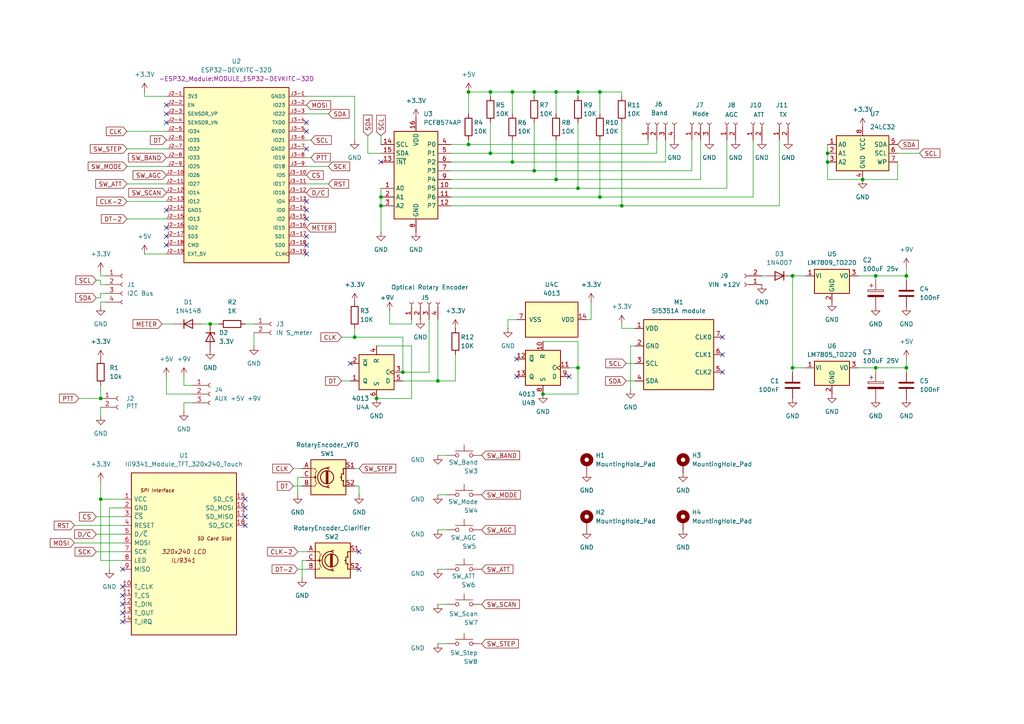
<source format=kicad_sch>
(kicad_sch (version 20250114) (generator "eeschema") (generator_version "9.0")
  (paper "A4")
  (junction (at 262.89 80.01))
  (junction (at 60.96 93.98))
  (junction (at 161.29 26.67))
  (junction (at 167.64 54.61))
  (junction (at 29.21 115.57))
  (junction (at 254 80.01))
  (junction (at 109.22 115.57))
  (junction (at 229.87 106.68))
  (junction (at 110.49 57.15))
  (junction (at 180.34 59.69))
  (junction (at 229.87 80.01))
  (junction (at 142.24 26.67))
  (junction (at 157.48 114.3))
  (junction (at 142.24 44.45))
  (junction (at 148.59 46.99))
  (junction (at 135.89 26.67))
  (junction (at 29.21 144.78))
  (junction (at 161.29 52.07))
  (junction (at 127 110.49))
  (junction (at 110.49 59.69))
  (junction (at 154.94 49.53))
  (junction (at 135.89 41.91))
  (junction (at 240.03 44.45))
  (junction (at 250.19 52.07))
  (junction (at 154.94 26.67))
  (junction (at 148.59 26.67))
  (junction (at 254 106.68))
  (junction (at 262.89 106.68))
  (junction (at 240.03 46.99))
  (junction (at 173.99 57.15))
  (junction (at 102.87 97.79))
  (junction (at 173.99 26.67))
  (junction (at 167.64 26.67))
  (junction (at 116.84 107.95))
  (junction (at 167.64 106.68))
  (no_connect (at 88.9 71.12))
  (no_connect (at 88.9 73.66))
  (no_connect (at 149.86 104.14))
  (no_connect (at 101.6 105.41))
  (no_connect (at 71.12 149.86))
  (no_connect (at 149.86 109.22))
  (no_connect (at 104.14 160.02))
  (no_connect (at 88.9 63.5))
  (no_connect (at 110.49 46.99))
  (no_connect (at 35.56 165.1))
  (no_connect (at 48.26 71.12))
  (no_connect (at 71.12 152.4))
  (no_connect (at 48.26 68.58))
  (no_connect (at 71.12 147.32))
  (no_connect (at 35.56 172.72))
  (no_connect (at 35.56 170.18))
  (no_connect (at 35.56 180.34))
  (no_connect (at 88.9 35.56))
  (no_connect (at 88.9 60.96))
  (no_connect (at 209.55 107.95))
  (no_connect (at 88.9 38.1))
  (no_connect (at 88.9 68.58))
  (no_connect (at 48.26 60.96))
  (no_connect (at 35.56 175.26))
  (no_connect (at 209.55 97.79))
  (no_connect (at 71.12 144.78))
  (no_connect (at 165.1 109.22))
  (no_connect (at 88.9 58.42))
  (no_connect (at 48.26 30.48))
  (no_connect (at 48.26 35.56))
  (no_connect (at 88.9 43.18))
  (no_connect (at 48.26 66.04))
  (no_connect (at 48.26 33.02))
  (no_connect (at 104.14 165.1))
  (no_connect (at 209.55 102.87))
  (no_connect (at 331.47 -77.47))
  (no_connect (at 35.56 177.8))
  (wire (pts (xy 88.9 48.26) (xy 95.25 48.26)))
  (wire (pts (xy 130.81 59.69) (xy 180.34 59.69)))
  (wire (pts (xy 48.26 114.3) (xy 55.88 114.3)))
  (wire (pts (xy 86.36 138.43) (xy 86.36 143.51)))
  (wire (pts (xy 48.26 109.22) (xy 48.26 114.3)))
  (wire (pts (xy 102.87 135.89) (xy 104.14 135.89)))
  (wire (pts (xy 226.06 59.69) (xy 226.06 40.64)))
  (wire (pts (xy 130.81 54.61) (xy 167.64 54.61)))
  (wire (pts (xy 110.49 57.15) (xy 110.49 59.69)))
  (wire (pts (xy 200.66 49.53) (xy 200.66 40.64)))
  (wire (pts (xy 60.96 93.98) (xy 63.5 93.98)))
  (wire (pts (xy 99.06 97.79) (xy 102.87 97.79)))
  (wire (pts (xy 29.21 85.09) (xy 30.48 85.09)))
  (wire (pts (xy 88.9 53.34) (xy 95.25 53.34)))
  (wire (pts (xy 260.35 44.45) (xy 266.7 44.45)))
  (wire (pts (xy 30.48 80.01) (xy 29.21 80.01)))
  (wire (pts (xy 135.89 26.67) (xy 142.24 26.67)))
  (wire (pts (xy 29.21 87.63) (xy 29.21 88.9)))
  (wire (pts (xy 88.9 165.1) (xy 86.36 165.1)))
  (wire (pts (xy 262.89 107.95) (xy 262.89 106.68)))
  (wire (pts (xy 167.64 114.3) (xy 157.48 114.3)))
  (wire (pts (xy 55.88 116.84) (xy 53.34 116.84)))
  (wire (pts (xy 148.59 40.64) (xy 148.59 46.99)))
  (wire (pts (xy 181.61 105.41) (xy 184.15 105.41)))
  (wire (pts (xy 149.86 92.71) (xy 147.32 92.71)))
  (wire (pts (xy 99.06 110.49) (xy 101.6 110.49)))
  (wire (pts (xy 85.09 135.89) (xy 87.63 135.89)))
  (wire (pts (xy 254 106.68) (xy 248.92 106.68)))
  (wire (pts (xy 130.81 52.07) (xy 161.29 52.07)))
  (wire (pts (xy 173.99 26.67) (xy 180.34 26.67)))
  (wire (pts (xy 36.83 53.34) (xy 48.26 53.34)))
  (wire (pts (xy 116.84 107.95) (xy 116.84 97.79)))
  (wire (pts (xy 29.21 162.56) (xy 35.56 162.56)))
  (wire (pts (xy 127 143.51) (xy 129.54 143.51)))
  (wire (pts (xy 130.81 44.45) (xy 142.24 44.45)))
  (wire (pts (xy 88.9 45.72) (xy 90.17 45.72)))
  (wire (pts (xy 167.64 99.06) (xy 167.64 106.68)))
  (wire (pts (xy 106.68 39.37) (xy 106.68 44.45)))
  (wire (pts (xy 27.94 160.02) (xy 35.56 160.02)))
  (wire (pts (xy 147.32 92.71) (xy 147.32 95.25)))
  (wire (pts (xy 240.03 52.07) (xy 250.19 52.07)))
  (wire (pts (xy 73.66 96.52) (xy 73.66 100.33)))
  (wire (pts (xy 180.34 59.69) (xy 226.06 59.69)))
  (wire (pts (xy 154.94 26.67) (xy 161.29 26.67)))
  (wire (pts (xy 88.9 162.56) (xy 87.63 162.56)))
  (wire (pts (xy 167.64 26.67) (xy 173.99 26.67)))
  (wire (pts (xy 229.87 106.68) (xy 229.87 80.01)))
  (wire (pts (xy 29.21 118.11) (xy 29.21 120.65)))
  (wire (pts (xy 46.99 93.98) (xy 50.8 93.98)))
  (wire (pts (xy 95.25 33.02) (xy 88.9 33.02)))
  (wire (pts (xy 102.87 27.94) (xy 102.87 40.64)))
  (wire (pts (xy 161.29 52.07) (xy 203.2 52.07)))
  (wire (pts (xy 184.15 100.33) (xy 182.88 100.33)))
  (wire (pts (xy 167.64 54.61) (xy 210.82 54.61)))
  (wire (pts (xy 29.21 80.01) (xy 29.21 78.74)))
  (wire (pts (xy 154.94 49.53) (xy 200.66 49.53)))
  (wire (pts (xy 180.34 93.98) (xy 180.34 95.25)))
  (wire (pts (xy 88.9 40.64) (xy 90.17 40.64)))
  (wire (pts (xy 180.34 26.67) (xy 180.34 27.94)))
  (wire (pts (xy 127 132.08) (xy 129.54 132.08)))
  (wire (pts (xy 262.89 77.47) (xy 262.89 80.01)))
  (wire (pts (xy 262.89 104.14) (xy 262.89 106.68)))
  (wire (pts (xy 148.59 26.67) (xy 148.59 33.02)))
  (wire (pts (xy 240.03 41.91) (xy 240.03 44.45)))
  (wire (pts (xy 157.48 99.06) (xy 167.64 99.06)))
  (wire (pts (xy 148.59 26.67) (xy 154.94 26.67)))
  (wire (pts (xy 113.03 93.98) (xy 119.38 93.98)))
  (wire (pts (xy 167.64 106.68) (xy 167.64 114.3)))
  (wire (pts (xy 36.83 38.1) (xy 48.26 38.1)))
  (wire (pts (xy 41.91 73.66) (xy 48.26 73.66)))
  (wire (pts (xy 180.34 95.25) (xy 184.15 95.25)))
  (wire (pts (xy 21.59 152.4) (xy 35.56 152.4)))
  (wire (pts (xy 29.21 86.36) (xy 29.21 85.09)))
  (wire (pts (xy 220.98 80.01) (xy 222.25 80.01)))
  (wire (pts (xy 21.59 157.48) (xy 35.56 157.48)))
  (wire (pts (xy 87.63 162.56) (xy 87.63 167.64)))
  (wire (pts (xy 113.03 90.17) (xy 113.03 93.98)))
  (wire (pts (xy 135.89 40.64) (xy 135.89 41.91)))
  (wire (pts (xy 135.89 26.67) (xy 135.89 33.02)))
  (wire (pts (xy 36.83 48.26) (xy 48.26 48.26)))
  (wire (pts (xy 130.81 57.15) (xy 173.99 57.15)))
  (wire (pts (xy 109.22 100.33) (xy 119.38 100.33)))
  (wire (pts (xy 88.9 27.94) (xy 102.87 27.94)))
  (wire (pts (xy 142.24 44.45) (xy 190.5 44.45)))
  (wire (pts (xy 142.24 26.67) (xy 142.24 27.94)))
  (wire (pts (xy 36.83 43.18) (xy 48.26 43.18)))
  (wire (pts (xy 127 165.1) (xy 129.54 165.1)))
  (wire (pts (xy 29.21 139.7) (xy 29.21 144.78)))
  (wire (pts (xy 260.35 46.99) (xy 260.35 52.07)))
  (wire (pts (xy 254 106.68) (xy 254 107.95)))
  (wire (pts (xy 127 110.49) (xy 127 92.71)))
  (wire (pts (xy 48.26 27.94) (xy 41.91 27.94)))
  (wire (pts (xy 240.03 46.99) (xy 240.03 52.07)))
  (wire (pts (xy 154.94 35.56) (xy 154.94 49.53)))
  (wire (pts (xy 71.12 93.98) (xy 73.66 93.98)))
  (wire (pts (xy 142.24 35.56) (xy 142.24 44.45)))
  (wire (pts (xy 41.91 27.94) (xy 41.91 26.67)))
  (wire (pts (xy 171.45 92.71) (xy 170.18 92.71)))
  (wire (pts (xy 87.63 140.97) (xy 85.09 140.97)))
  (wire (pts (xy 127 175.26) (xy 129.54 175.26)))
  (wire (pts (xy 119.38 93.98) (xy 119.38 92.71)))
  (wire (pts (xy 171.45 92.71) (xy 171.45 87.63)))
  (wire (pts (xy 102.87 97.79) (xy 102.87 95.25)))
  (wire (pts (xy 135.89 41.91) (xy 187.96 41.91)))
  (wire (pts (xy 110.49 54.61) (xy 110.49 57.15)))
  (wire (pts (xy 104.14 140.97) (xy 104.14 143.51)))
  (wire (pts (xy 29.21 111.76) (xy 29.21 115.57)))
  (wire (pts (xy 53.34 111.76) (xy 55.88 111.76)))
  (wire (pts (xy 210.82 54.61) (xy 210.82 40.64)))
  (wire (pts (xy 167.64 35.56) (xy 167.64 54.61)))
  (wire (pts (xy 22.86 115.57) (xy 29.21 115.57)))
  (wire (pts (xy 27.94 81.28) (xy 29.21 81.28)))
  (wire (pts (xy 187.96 41.91) (xy 187.96 40.64)))
  (wire (pts (xy 127 153.67) (xy 129.54 153.67)))
  (wire (pts (xy 119.38 100.33) (xy 119.38 115.57)))
  (wire (pts (xy 110.49 59.69) (xy 110.49 67.31)))
  (wire (pts (xy 173.99 26.67) (xy 173.99 33.02)))
  (wire (pts (xy 53.34 109.22) (xy 53.34 111.76)))
  (wire (pts (xy 130.81 49.53) (xy 154.94 49.53)))
  (wire (pts (xy 127 186.69) (xy 129.54 186.69)))
  (wire (pts (xy 161.29 26.67) (xy 167.64 26.67)))
  (wire (pts (xy 119.38 115.57) (xy 109.22 115.57)))
  (wire (pts (xy 148.59 46.99) (xy 193.04 46.99)))
  (wire (pts (xy 260.35 52.07) (xy 250.19 52.07)))
  (wire (pts (xy 35.56 147.32) (xy 31.75 147.32)))
  (wire (pts (xy 262.89 80.01) (xy 254 80.01)))
  (wire (pts (xy 254 80.01) (xy 248.92 80.01)))
  (wire (pts (xy 130.81 41.91) (xy 135.89 41.91)))
  (wire (pts (xy 190.5 44.45) (xy 190.5 40.64)))
  (wire (pts (xy 142.24 26.67) (xy 148.59 26.67)))
  (wire (pts (xy 36.83 58.42) (xy 48.26 58.42)))
  (wire (pts (xy 233.68 80.01) (xy 229.87 80.01)))
  (wire (pts (xy 165.1 106.68) (xy 167.64 106.68)))
  (wire (pts (xy 254 80.01) (xy 254 81.28)))
  (wire (pts (xy 116.84 107.95) (xy 124.46 107.95)))
  (wire (pts (xy 262.89 81.28) (xy 262.89 80.01)))
  (wire (pts (xy 132.08 110.49) (xy 127 110.49)))
  (wire (pts (xy 30.48 87.63) (xy 29.21 87.63)))
  (wire (pts (xy 262.89 106.68) (xy 254 106.68)))
  (wire (pts (xy 27.94 154.94) (xy 35.56 154.94)))
  (wire (pts (xy 173.99 40.64) (xy 173.99 57.15)))
  (wire (pts (xy 35.56 144.78) (xy 29.21 144.78)))
  (wire (pts (xy 161.29 26.67) (xy 161.29 33.02)))
  (wire (pts (xy 102.87 140.97) (xy 104.14 140.97)))
  (wire (pts (xy 203.2 52.07) (xy 203.2 40.64)))
  (wire (pts (xy 87.63 138.43) (xy 86.36 138.43)))
  (wire (pts (xy 130.81 46.99) (xy 148.59 46.99)))
  (wire (pts (xy 102.87 97.79) (xy 116.84 97.79)))
  (wire (pts (xy 53.34 116.84) (xy 53.34 119.38)))
  (wire (pts (xy 182.88 100.33) (xy 182.88 113.03)))
  (wire (pts (xy 27.94 149.86) (xy 35.56 149.86)))
  (wire (pts (xy 240.03 44.45) (xy 240.03 46.99)))
  (wire (pts (xy 161.29 40.64) (xy 161.29 52.07)))
  (wire (pts (xy 181.61 110.49) (xy 184.15 110.49)))
  (wire (pts (xy 110.49 39.37) (xy 110.49 41.91)))
  (wire (pts (xy 180.34 35.56) (xy 180.34 59.69)))
  (wire (pts (xy 154.94 26.67) (xy 154.94 27.94)))
  (wire (pts (xy 167.64 26.67) (xy 167.64 27.94)))
  (wire (pts (xy 36.83 63.5) (xy 48.26 63.5)))
  (wire (pts (xy 173.99 57.15) (xy 218.44 57.15)))
  (wire (pts (xy 29.21 81.28) (xy 29.21 82.55)))
  (wire (pts (xy 86.36 160.02) (xy 88.9 160.02)))
  (wire (pts (xy 29.21 144.78) (xy 29.21 162.56)))
  (wire (pts (xy 193.04 46.99) (xy 193.04 40.64)))
  (wire (pts (xy 106.68 44.45) (xy 110.49 44.45)))
  (wire (pts (xy 31.75 147.32) (xy 31.75 165.1)))
  (wire (pts (xy 27.94 86.36) (xy 29.21 86.36)))
  (wire (pts (xy 132.08 102.87) (xy 132.08 110.49)))
  (wire (pts (xy 58.42 93.98) (xy 60.96 93.98)))
  (wire (pts (xy 124.46 107.95) (xy 124.46 92.71)))
  (wire (pts (xy 218.44 57.15) (xy 218.44 40.64)))
  (wire (pts (xy 116.84 110.49) (xy 127 110.49)))
  (wire (pts (xy 229.87 106.68) (xy 229.87 107.95)))
  (wire (pts (xy 229.87 106.68) (xy 233.68 106.68)))
  (wire (pts (xy 29.21 82.55) (xy 30.48 82.55)))
  (global_label "RST" (shape input) (at 95.25 53.34 0) (property "Intersheetrefs" "${INTERSHEET_REFS}" (effects (hide yes))))
  (global_label "SDA" (shape input) (at 181.61 110.49 180) (property "Intersheetrefs" "${INTERSHEET_REFS}" (effects (hide yes))))
  (global_label "SW_SCAN" (shape input) (at 139.7 175.26 0) (property "Intersheetrefs" "${INTERSHEET_REFS}" (effects (hide yes))))
  (global_label "CLK-2" (shape input) (at 36.83 58.42 180) (property "Intersheetrefs" "${INTERSHEET_REFS}" (effects (hide yes))))
  (global_label "CS" (shape input) (at 27.94 149.86 180) (property "Intersheetrefs" "${INTERSHEET_REFS}" (effects (hide yes))))
  (global_label "D{slash}C" (shape input) (at 88.9 55.88 0) (property "Intersheetrefs" "${INTERSHEET_REFS}" (effects (hide yes))))
  (global_label "MOSI" (shape input) (at 88.9 30.48 0) (property "Intersheetrefs" "${INTERSHEET_REFS}" (effects (hide yes))))
  (global_label "SW_STEP" (shape input) (at 104.14 135.89 0) (property "Intersheetrefs" "${INTERSHEET_REFS}" (effects (hide yes))))
  (global_label "SDA" (shape input) (at 260.35 41.91 0) (property "Intersheetrefs" "${INTERSHEET_REFS}" (effects (hide yes))))
  (global_label "DT" (shape input) (at 48.26 40.64 180) (property "Intersheetrefs" "${INTERSHEET_REFS}" (effects (hide yes))))
  (global_label "SW_BAND" (shape input) (at 48.26 45.72 180) (property "Intersheetrefs" "${INTERSHEET_REFS}" (effects (hide yes))))
  (global_label "SDA" (shape input) (at 95.25 33.02 0) (property "Intersheetrefs" "${INTERSHEET_REFS}" (effects (hide yes))))
  (global_label "CLK-2" (shape input) (at 86.36 160.02 180) (property "Intersheetrefs" "${INTERSHEET_REFS}" (effects (hide yes))))
  (global_label "D{slash}C" (shape input) (at 27.94 154.94 180) (property "Intersheetrefs" "${INTERSHEET_REFS}" (effects (hide yes))))
  (global_label "SCK" (shape input) (at 95.25 48.26 0) (property "Intersheetrefs" "${INTERSHEET_REFS}" (effects (hide yes))))
  (global_label "PTT" (shape input) (at 22.86 115.57 180) (property "Intersheetrefs" "${INTERSHEET_REFS}" (effects (hide yes))))
  (global_label "DT" (shape input) (at 85.09 140.97 180) (property "Intersheetrefs" "${INTERSHEET_REFS}" (effects (hide yes))))
  (global_label "SW_MODE" (shape input) (at 139.7 143.51 0) (property "Intersheetrefs" "${INTERSHEET_REFS}" (effects (hide yes))))
  (global_label "SCL" (shape input) (at 181.61 105.41 180) (property "Intersheetrefs" "${INTERSHEET_REFS}" (effects (hide yes))))
  (global_label "SCL" (shape input) (at 90.17 40.64 0) (property "Intersheetrefs" "${INTERSHEET_REFS}" (effects (hide yes))))
  (global_label "SW_MODE" (shape input) (at 36.83 48.26 180) (property "Intersheetrefs" "${INTERSHEET_REFS}" (effects (hide yes))))
  (global_label "CLK" (shape input) (at 99.06 97.79 180) (property "Intersheetrefs" "${INTERSHEET_REFS}" (effects (hide yes))))
  (global_label "CS" (shape input) (at 88.9 50.8 0) (property "Intersheetrefs" "${INTERSHEET_REFS}" (effects (hide yes))))
  (global_label "CLK" (shape input) (at 36.83 38.1 180) (property "Intersheetrefs" "${INTERSHEET_REFS}" (effects (hide yes))))
  (global_label "DT-2" (shape input) (at 36.83 63.5 180) (property "Intersheetrefs" "${INTERSHEET_REFS}" (effects (hide yes))))
  (global_label "SCL" (shape input) (at 27.94 81.28 180) (property "Intersheetrefs" "${INTERSHEET_REFS}" (effects (hide yes))))
  (global_label "SW_ATT" (shape input) (at 139.7 165.1 0) (property "Intersheetrefs" "${INTERSHEET_REFS}" (effects (hide yes))))
  (global_label "DT-2" (shape input) (at 86.36 165.1 180) (property "Intersheetrefs" "${INTERSHEET_REFS}" (effects (hide yes))))
  (global_label "SW_STEP" (shape input) (at 139.7 186.69 0) (property "Intersheetrefs" "${INTERSHEET_REFS}" (effects (hide yes))))
  (global_label "SW_ATT" (shape input) (at 36.83 53.34 180) (property "Intersheetrefs" "${INTERSHEET_REFS}" (effects (hide yes))))
  (global_label "SCL" (shape input) (at 266.7 44.45 0) (property "Intersheetrefs" "${INTERSHEET_REFS}" (effects (hide yes))))
  (global_label "CLK" (shape input) (at 85.09 135.89 180) (property "Intersheetrefs" "${INTERSHEET_REFS}" (effects (hide yes))))
  (global_label "RST" (shape input) (at 21.59 152.4 180) (property "Intersheetrefs" "${INTERSHEET_REFS}" (effects (hide yes))))
  (global_label "SW_STEP" (shape input) (at 36.83 43.18 180) (property "Intersheetrefs" "${INTERSHEET_REFS}" (effects (hide yes))))
  (global_label "SDA" (shape input) (at 106.68 39.37 90) (property "Intersheetrefs" "${INTERSHEET_REFS}" (effects (hide yes))))
  (global_label "SCL" (shape input) (at 110.49 39.37 90) (property "Intersheetrefs" "${INTERSHEET_REFS}" (effects (hide yes))))
  (global_label "SDA" (shape input) (at 27.94 86.36 180) (property "Intersheetrefs" "${INTERSHEET_REFS}" (effects (hide yes))))
  (global_label "SW_SCAN" (shape input) (at 48.26 55.88 180) (property "Intersheetrefs" "${INTERSHEET_REFS}" (effects (hide yes))))
  (global_label "MOSI" (shape input) (at 21.59 157.48 180) (property "Intersheetrefs" "${INTERSHEET_REFS}" (effects (hide yes))))
  (global_label "PTT" (shape input) (at 90.17 45.72 0) (property "Intersheetrefs" "${INTERSHEET_REFS}" (effects (hide yes))))
  (global_label "SCK" (shape input) (at 27.94 160.02 180) (property "Intersheetrefs" "${INTERSHEET_REFS}" (effects (hide yes))))
  (global_label "METER" (shape input) (at 46.99 93.98 180) (property "Intersheetrefs" "${INTERSHEET_REFS}" (effects (hide yes))))
  (global_label "SW_AGC" (shape input) (at 48.26 50.8 180) (property "Intersheetrefs" "${INTERSHEET_REFS}" (effects (hide yes))))
  (global_label "SW_BAND" (shape input) (at 139.7 132.08 0) (property "Intersheetrefs" "${INTERSHEET_REFS}" (effects (hide yes))))
  (global_label "SW_AGC" (shape input) (at 139.7 153.67 0) (property "Intersheetrefs" "${INTERSHEET_REFS}" (effects (hide yes))))
  (global_label "DT" (shape input) (at 99.06 110.49 180) (property "Intersheetrefs" "${INTERSHEET_REFS}" (effects (hide yes))))
  (global_label "METER" (shape input) (at 88.9 66.04 0) (property "Intersheetrefs" "${INTERSHEET_REFS}" (effects (hide yes))))
  (symbol (lib_id "4xxx:4013") (at 157.48 106.68 180) (unit 2)
    (property "Reference" "U4" (at 155.3367 116.84 0) (effects (justify left)))
    (property "Value" "4013" (at 155.3367 114.3 0) (effects (justify left)))
    (property "Footprint" "Package_DIP:DIP-14_W7.62mm" (effects (hide yes)))
    (property "Datasheet" "http://www.onsemi.com/pub/Collateral/MC14013B-D.PDF" (effects (hide yes)))
    (property "Description" "Dual D  FlipFlop, Set & reset" (effects (hide yes)))
  )
  (symbol (lib_id "Switch:SW_Push") (at 134.62 143.51 0) (unit 1)
    (property "Reference" "SW4" (at 138.684 148.082 0) (effects (justify right)))
    (property "Value" "SW_Mode" (at 138.684 145.542 0) (effects (justify right)))
    (property "Footprint" "Button_Switch_THT:SW_PUSH_6mm" (effects (hide yes)))
    (property "Description" "Push button switch, generic, two pins" (effects (hide yes)))
  )
  (symbol (lib_id "power:GND") (at 170.18 137.16 0) (unit 1)
    (property "Reference" "#PWR034" (effects (hide yes)))
    (property "Value" "GND" (at 170.18 142.24 0))
    (property "Description" "Power symbol creates a global label with name \"GND\" , ground" (effects (hide yes)))
  )
  (symbol (lib_id "power:GND") (at 147.32 95.25 0) (unit 1)
    (property "Reference" "#PWR032" (effects (hide yes)))
    (property "Value" "GND" (at 147.32 100.33 0))
    (property "Description" "Power symbol creates a global label with name \"GND\" , ground" (effects (hide yes)))
  )
  (symbol (lib_id "Connector:Conn_01x03_Socket") (at 60.96 114.3 0) (unit 1)
    (property "Reference" "J4" (at 62.23 113.0299 0) (effects (justify left)))
    (property "Value" "AUX +5V +9V" (at 62.23 115.5699 0) (effects (justify left)))
    (property "Footprint" "Connector_JST:JST_EH_B3B-EH-A_1x03_P2.50mm_Vertical" (effects (hide yes)))
    (property "Description" "Generic connector, single row, 01x03, script generated" (effects (hide yes)))
  )
  (symbol (lib_id "Memory_EEPROM:24LC32") (at 250.19 44.45 0) (unit 1)
    (property "Reference" "U7" (at 252.3333 33.02 0) (effects (justify left)))
    (property "Value" "24LC32" (at 252.3333 36.83 0) (effects (justify left)))
    (property "Footprint" "Package_DIP:DIP-8_W7.62mm" (effects (hide yes)))
    (property "Datasheet" "http://ww1.microchip.com/downloads/en/DeviceDoc/21072G.pdf" (effects (hide yes)))
    (property "Description" "I2C Serial EEPROM, 32Kb, DIP-8/SOIC-8/TSSOP-8/DFN-8" (effects (hide yes)))
  )
  (symbol (lib_id "power:GND") (at 73.66 100.33 0) (unit 1)
    (property "Reference" "#PWR013" (effects (hide yes)))
    (property "Value" "GND" (at 73.66 105.41 0))
    (property "Description" "Power symbol creates a global label with name \"GND\" , ground" (effects (hide yes)))
  )
  (symbol (lib_id "power:GND") (at 213.36 40.64 0) (unit 1)
    (property "Reference" "#PWR043" (effects (hide yes)))
    (property "Value" "GND" (at 213.36 45.72 0))
    (property "Description" "Power symbol creates a global label with name \"GND\" , ground" (effects (hide yes)))
  )
  (symbol (lib_id "power:GND") (at 198.12 137.16 0) (unit 1)
    (property "Reference" "#PWR040" (effects (hide yes)))
    (property "Value" "GND" (at 198.12 142.24 0))
    (property "Description" "Power symbol creates a global label with name \"GND\" , ground" (effects (hide yes)))
  )
  (symbol (lib_id "Connector:Conn_01x04_Socket") (at 35.56 82.55 0) (unit 1)
    (property "Reference" "J1" (at 36.83 82.5499 0) (effects (justify left)))
    (property "Value" "I2C Bus" (at 36.83 85.0899 0) (effects (justify left)))
    (property "Footprint" "Connector_JST:JST_EH_B4B-EH-A_1x04_P2.50mm_Vertical" (effects (hide yes)))
    (property "Description" "Generic connector, single row, 01x04, script generated" (effects (hide yes)))
  )
  (symbol (lib_id "power:+5V") (at 262.89 104.14 0) (unit 1)
    (property "Reference" "#PWR057" (effects (hide yes)))
    (property "Value" "+5V" (at 262.89 99.06 0))
    (property "Description" "Power symbol creates a global label with name \"+5V\"" (effects (hide yes)))
  )
  (symbol (lib_id "power:GND") (at 241.3 114.3 0) (unit 1)
    (property "Reference" "#PWR050" (effects (hide yes)))
    (property "Value" "GND" (at 241.3 119.38 0))
    (property "Description" "Power symbol creates a global label with name \"GND\" , ground" (effects (hide yes)))
  )
  (symbol (lib_id "- ESP32_Module:ESP32-DEVKITC-32D") (at 68.58 50.8 0) (unit 1)
    (property "Reference" "U2" (at 68.58 17.78 0))
    (property "Value" "ESP32-DEVKITC-32D" (at 68.58 20.32 0))
    (property "Footprint" "-ESP32_Module:MODULE_ESP32-DEVKITC-32D" (at 68.58 22.86 0))
    (property "PARTREV" "V4" (effects (hide yes)))
    (property "STANDARD" "Manufacturer Recommendations" (effects (hide yes)))
    (property "SNAPEDA_PN" "ESP32-DEVKITC-32D" (effects (hide yes)))
    (property "MAXIMUM_PACKAGE_HEIGHT" "N/A" (effects (hide yes)))
    (property "MANUFACTURER" "Espressif Systems" (effects (hide yes)))
  )
  (symbol (lib_id "power:+3.3V") (at 102.87 87.63 0) (unit 1)
    (property "Reference" "#PWR019" (effects (hide yes)))
    (property "Value" "+3.3V" (at 102.87 82.55 0))
    (property "Description" "Power symbol creates a global label with name \"+3.3V\"" (effects (hide yes)))
  )
  (symbol (lib_id "power:+9V") (at 113.03 90.17 0) (mirror y) (unit 1)
    (property "Reference" "#PWR023" (effects (hide yes)))
    (property "Value" "+9V" (at 114.3 86.36 0) (effects (justify left)))
    (property "Description" "Power symbol creates a global label with name \"+9V\"" (effects (hide yes)))
  )
  (symbol (lib_id "power:+3.3V") (at 29.21 78.74 0) (unit 1)
    (property "Reference" "#PWR03" (effects (hide yes)))
    (property "Value" "+3.3V" (at 29.21 73.66 0))
    (property "Description" "Power symbol creates a global label with name \"+3.3V\"" (effects (hide yes)))
  )
  (symbol (lib_id "power:GND") (at 60.96 101.6 0) (unit 1)
    (property "Reference" "#PWR09" (effects (hide yes)))
    (property "Value" "GND" (at 60.96 106.68 0))
    (property "Description" "Power symbol creates a global label with name \"GND\" , ground" (effects (hide yes)))
  )
  (symbol (lib_id "power:GND") (at 102.87 40.64 0) (unit 1)
    (property "Reference" "#PWR016" (effects (hide yes)))
    (property "Value" "GND" (at 102.87 45.72 0))
    (property "Description" "Power symbol creates a global label with name \"GND\" , ground" (effects (hide yes)))
  )
  (symbol (lib_id "power:GND") (at 120.65 67.31 0) (unit 1)
    (property "Reference" "#PWR021" (effects (hide yes)))
    (property "Value" "GND" (at 120.65 72.39 0))
    (property "Description" "Power symbol creates a global label with name \"GND\" , ground" (effects (hide yes)))
  )
  (symbol (lib_id "power:+3.3V") (at 29.21 104.14 0) (unit 1)
    (property "Reference" "#PWR07" (effects (hide yes)))
    (property "Value" "+3.3V" (at 29.21 99.06 0))
    (property "Description" "Power symbol creates a global label with name \"+3.3V\"" (effects (hide yes)))
  )
  (symbol (lib_id "Device:C_Polarized") (at 254 111.76 0) (unit 1)
    (property "Reference" "C3" (at 250.19 102.108 0) (effects (justify left)))
    (property "Value" "100uF 25V" (at 250.19 104.648 0) (effects (justify left)))
    (property "Footprint" "Capacitor_THT:CP_Radial_D8.0mm_P5.00mm" (effects (hide yes)))
    (property "Description" "Polarized capacitor" (effects (hide yes)))
  )
  (symbol (lib_id "power:GND") (at 220.98 82.55 0) (unit 1)
    (property "Reference" "#PWR045" (effects (hide yes)))
    (property "Value" "GND" (at 220.98 87.63 0))
    (property "Description" "Power symbol creates a global label with name \"GND\" , ground" (effects (hide yes)))
  )
  (symbol (lib_id "power:+3.3V") (at 171.45 87.63 0) (unit 1)
    (property "Reference" "#PWR036" (effects (hide yes)))
    (property "Value" "+3.3V" (at 171.45 82.55 0))
    (property "Description" "Power symbol creates a global label with name \"+3.3V\"" (effects (hide yes)))
  )
  (symbol (lib_id "power:GND") (at 127 153.67 0) (unit 1)
    (property "Reference" "#PWR026" (effects (hide yes)))
    (property "Value" "GND" (at 123.19 154.9399 0) (effects (justify right)))
    (property "Description" "Power symbol creates a global label with name \"GND\" , ground" (effects (hide yes)))
  )
  (symbol (lib_id "Device:R") (at 67.31 93.98 90) (unit 1)
    (property "Reference" "R2" (at 67.31 87.63 90))
    (property "Value" "1K" (at 67.31 90.17 90))
    (property "Footprint" "Resistor_THT:R_Axial_DIN0207_L6.3mm_D2.5mm_P10.16mm_Horizontal" (effects (hide yes)))
    (property "Description" "Resistor" (effects (hide yes)))
  )
  (symbol (lib_id "Device:R") (at 29.21 107.95 0) (unit 1)
    (property "Reference" "R1" (at 31.75 106.6799 0) (effects (justify left)))
    (property "Value" "10k" (at 31.75 109.2199 0) (effects (justify left)))
    (property "Footprint" "Resistor_THT:R_Axial_DIN0207_L6.3mm_D2.5mm_P10.16mm_Horizontal" (effects (hide yes)))
    (property "Description" "Resistor" (effects (hide yes)))
  )
  (symbol (lib_id "power:GND") (at 121.92 92.71 0) (unit 1)
    (property "Reference" "#PWR031" (effects (hide yes)))
    (property "Value" "GND" (at 121.92 97.79 0))
    (property "Description" "Power symbol creates a global label with name \"GND\" , ground" (effects (hide yes)))
  )
  (symbol (lib_id "power:GND") (at 170.18 153.67 0) (unit 1)
    (property "Reference" "#PWR035" (effects (hide yes)))
    (property "Value" "GND" (at 170.18 158.75 0))
    (property "Description" "Power symbol creates a global label with name \"GND\" , ground" (effects (hide yes)))
  )
  (symbol (lib_id "Device:R") (at 167.64 31.75 0) (unit 1)
    (property "Reference" "R9" (at 169.164 30.48 0) (effects (justify left)))
    (property "Value" "10K" (at 169.164 33.02 0) (effects (justify left)))
    (property "Footprint" "Resistor_THT:R_Axial_DIN0207_L6.3mm_D2.5mm_P10.16mm_Horizontal" (effects (hide yes)))
    (property "Description" "Resistor" (effects (hide yes)))
  )
  (symbol (lib_id "Device:C_Polarized") (at 254 85.09 0) (unit 1)
    (property "Reference" "C2" (at 250.19 75.438 0) (effects (justify left)))
    (property "Value" "100uF 25v" (at 250.19 77.978 0) (effects (justify left)))
    (property "Footprint" "Capacitor_THT:CP_Radial_D8.0mm_P5.00mm" (effects (hide yes)))
    (property "Description" "Polarized capacitor" (effects (hide yes)))
  )
  (symbol (lib_id "Device:R") (at 154.94 31.75 0) (unit 1)
    (property "Reference" "R7" (at 156.464 30.48 0) (effects (justify left)))
    (property "Value" "10K" (at 156.464 33.02 0) (effects (justify left)))
    (property "Footprint" "Resistor_THT:R_Axial_DIN0207_L6.3mm_D2.5mm_P10.16mm_Horizontal" (effects (hide yes)))
    (property "Description" "Resistor" (effects (hide yes)))
  )
  (symbol (lib_id "Device:R") (at 102.87 91.44 0) (unit 1)
    (property "Reference" "R3" (at 104.394 90.17 0) (effects (justify left)))
    (property "Value" "10K" (at 104.394 92.71 0) (effects (justify left)))
    (property "Footprint" "Resistor_THT:R_Axial_DIN0207_L6.3mm_D2.5mm_P10.16mm_Horizontal" (effects (hide yes)))
    (property "Description" "Resistor" (effects (hide yes)))
  )
  (symbol (lib_id "power:GND") (at 198.12 153.67 0) (unit 1)
    (property "Reference" "#PWR041" (effects (hide yes)))
    (property "Value" "GND" (at 198.12 158.75 0))
    (property "Description" "Power symbol creates a global label with name \"GND\" , ground" (effects (hide yes)))
  )
  (symbol (lib_id "Device:R") (at 161.29 36.83 0) (unit 1)
    (property "Reference" "R8" (at 162.814 35.56 0) (effects (justify left)))
    (property "Value" "10K" (at 162.814 38.1 0) (effects (justify left)))
    (property "Footprint" "Resistor_THT:R_Axial_DIN0207_L6.3mm_D2.5mm_P10.16mm_Horizontal" (effects (hide yes)))
    (property "Description" "Resistor" (effects (hide yes)))
  )
  (symbol (lib_id "Connector:Conn_01x04_Socket") (at 121.92 87.63 90) (unit 1)
    (property "Reference" "J5" (at 124.46 86.36 90) (effects (justify left)))
    (property "Value" "Optical Rotary Encoder" (at 135.89 83.312 90) (effects (justify left)))
    (property "Footprint" "Connector_JST:JST_EH_B4B-EH-A_1x04_P2.50mm_Vertical" (effects (hide yes)))
    (property "Description" "Generic connector, single row, 01x04, script generated" (effects (hide yes)))
  )
  (symbol (lib_id "Device:R") (at 173.99 36.83 0) (unit 1)
    (property "Reference" "R10" (at 175.514 35.56 0) (effects (justify left)))
    (property "Value" "10K" (at 175.514 38.1 0) (effects (justify left)))
    (property "Footprint" "Resistor_THT:R_Axial_DIN0207_L6.3mm_D2.5mm_P10.16mm_Horizontal" (effects (hide yes)))
    (property "Description" "Resistor" (effects (hide yes)))
  )
  (symbol (lib_id "power:GND") (at 220.98 40.64 0) (unit 1)
    (property "Reference" "#PWR044" (effects (hide yes)))
    (property "Value" "GND" (at 220.98 45.72 0))
    (property "Description" "Power symbol creates a global label with name \"GND\" , ground" (effects (hide yes)))
  )
  (symbol (lib_id "Device:R") (at 148.59 36.83 0) (unit 1)
    (property "Reference" "R6" (at 150.114 35.56 0) (effects (justify left)))
    (property "Value" "10K" (at 150.114 38.1 0) (effects (justify left)))
    (property "Footprint" "Resistor_THT:R_Axial_DIN0207_L6.3mm_D2.5mm_P10.16mm_Horizontal" (effects (hide yes)))
    (property "Description" "Resistor" (effects (hide yes)))
  )
  (symbol (lib_id "Device:C") (at 262.89 85.09 0) (unit 1)
    (property "Reference" "C4" (at 266.7 83.8199 0) (effects (justify left)))
    (property "Value" "100nF" (at 266.7 86.3599 0) (effects (justify left)))
    (property "Footprint" "Capacitor_THT:C_Rect_L7.0mm_W2.5mm_P5.00mm" (effects (hide yes)))
    (property "Description" "Unpolarized capacitor" (effects (hide yes)))
  )
  (symbol (lib_id "power:GND") (at 53.34 119.38 0) (unit 1)
    (property "Reference" "#PWR012" (effects (hide yes)))
    (property "Value" "GND" (at 53.34 124.46 0))
    (property "Description" "Power symbol creates a global label with name \"GND\" , ground" (effects (hide yes)))
  )
  (symbol (lib_id "Connector:Conn_01x02_Socket") (at 34.29 115.57 0) (unit 1)
    (property "Reference" "J2" (at 36.576 115.57 0) (effects (justify left)))
    (property "Value" "PTT" (at 36.576 117.856 0) (effects (justify left)))
    (property "Footprint" "Connector_JST:JST_EH_B2B-EH-A_1x02_P2.50mm_Vertical" (effects (hide yes)))
    (property "Description" "Generic connector, single row, 01x02, script generated" (effects (hide yes)))
  )
  (symbol (lib_id "power:GND") (at 127 143.51 0) (unit 1)
    (property "Reference" "#PWR025" (effects (hide yes)))
    (property "Value" "GND" (at 123.19 144.7799 0) (effects (justify right)))
    (property "Description" "Power symbol creates a global label with name \"GND\" , ground" (effects (hide yes)))
  )
  (symbol (lib_id "power:+3.3V") (at 41.91 26.67 0) (unit 1)
    (property "Reference" "#PWR05" (effects (hide yes)))
    (property "Value" "+3.3V" (at 41.91 21.59 0))
    (property "Description" "Power symbol creates a global label with name \"+3.3V\"" (effects (hide yes)))
  )
  (symbol (lib_id "Switch:SW_Push") (at 134.62 165.1 0) (unit 1)
    (property "Reference" "SW6" (at 137.922 169.672 0) (effects (justify right)))
    (property "Value" "SW_ATT" (at 137.922 167.132 0) (effects (justify right)))
    (property "Footprint" "Button_Switch_THT:SW_PUSH_6mm" (effects (hide yes)))
    (property "Description" "Push button switch, generic, two pins" (effects (hide yes)))
  )
  (symbol (lib_id "Switch:SW_Push") (at 134.62 132.08 0) (unit 1)
    (property "Reference" "SW3" (at 138.684 136.652 0) (effects (justify right)))
    (property "Value" "SW_Band" (at 138.684 134.112 0) (effects (justify right)))
    (property "Footprint" "Button_Switch_THT:SW_PUSH_6mm" (effects (hide yes)))
    (property "Description" "Push button switch, generic, two pins" (effects (hide yes)))
  )
  (symbol (lib_id "Device:C") (at 229.87 111.76 0) (mirror y) (unit 1)
    (property "Reference" "C1" (at 226.06 110.4899 0) (effects (justify left)))
    (property "Value" "100nF" (at 226.06 113.0299 0) (effects (justify left)))
    (property "Footprint" "Capacitor_THT:C_Rect_L7.0mm_W2.5mm_P5.00mm" (effects (hide yes)))
    (property "Description" "Unpolarized capacitor" (effects (hide yes)))
  )
  (symbol (lib_id "power:+3.3V") (at 120.65 34.29 0) (unit 1)
    (property "Reference" "#PWR020" (effects (hide yes)))
    (property "Value" "+3.3V" (at 120.65 29.21 0))
    (property "Description" "Power symbol creates a global label with name \"+3.3V\"" (effects (hide yes)))
  )
  (symbol (lib_id "Diode:DZ2S033X0L") (at 60.96 97.79 270) (unit 1)
    (property "Reference" "D2" (at 63.5 96.5199 90) (effects (justify left)))
    (property "Value" "3.3V" (at 63.5 99.0599 90) (effects (justify left)))
    (property "Footprint" "Diode_THT:D_DO-35_SOD27_P7.62mm_Horizontal" (effects (hide yes)))
    (property "Datasheet" "https://industrial.panasonic.com/content/data/SC/ds/ds4/DZ2S03300L_E.pdf" (effects (hide yes)))
    (property "Description" "150mW Silicon Planar Zener Diode, 3.3V, SOD-523" (effects (hide yes)))
  )
  (symbol (lib_id "power:GND") (at 104.14 143.51 0) (mirror y) (unit 1)
    (property "Reference" "#PWR017" (effects (hide yes)))
    (property "Value" "GND" (at 104.14 148.59 0))
    (property "Description" "Power symbol creates a global label with name \"GND\" , ground" (effects (hide yes)))
  )
  (symbol (lib_id "Device:R") (at 135.89 36.83 0) (unit 1)
    (property "Reference" "R4" (at 137.414 35.56 0) (effects (justify left)))
    (property "Value" "10K" (at 137.414 38.1 0) (effects (justify left)))
    (property "Footprint" "Resistor_THT:R_Axial_DIN0207_L6.3mm_D2.5mm_P10.16mm_Horizontal" (effects (hide yes)))
    (property "Description" "Resistor" (effects (hide yes)))
  )
  (symbol (lib_id "power:GND") (at 254 115.57 0) (unit 1)
    (property "Reference" "#PWR054" (effects (hide yes)))
    (property "Value" "GND" (at 254 120.65 0))
    (property "Description" "Power symbol creates a global label with name \"GND\" , ground" (effects (hide yes)))
  )
  (symbol (lib_id "power:GND") (at 250.19 52.07 0) (unit 1)
    (property "Reference" "#PWR052" (effects (hide yes)))
    (property "Value" "GND" (at 250.19 57.15 0))
    (property "Description" "Power symbol creates a global label with name \"GND\" , ground" (effects (hide yes)))
  )
  (symbol (lib_id "power:+9V") (at 262.89 77.47 0) (unit 1)
    (property "Reference" "#PWR055" (effects (hide yes)))
    (property "Value" "+9V" (at 262.89 72.39 0))
    (property "Description" "Power symbol creates a global label with name \"+9V\"" (effects (hide yes)))
  )
  (symbol (lib_id "power:+3.3V") (at 180.34 93.98 0) (unit 1)
    (property "Reference" "#PWR037" (effects (hide yes)))
    (property "Value" "+3.3V" (at 180.34 88.9 0))
    (property "Description" "Power symbol creates a global label with name \"+3.3V\"" (effects (hide yes)))
  )
  (symbol (lib_id "power:GND") (at 254 88.9 0) (unit 1)
    (property "Reference" "#PWR053" (effects (hide yes)))
    (property "Value" "GND" (at 254 93.98 0))
    (property "Description" "Power symbol creates a global label with name \"GND\" , ground" (effects (hide yes)))
  )
  (symbol (lib_id "power:GND") (at 127 165.1 0) (unit 1)
    (property "Reference" "#PWR027" (effects (hide yes)))
    (property "Value" "GND" (at 123.19 166.3699 0) (effects (justify right)))
    (property "Description" "Power symbol creates a global label with name \"GND\" , ground" (effects (hide yes)))
  )
  (symbol (lib_id "Mechanical:MountingHole_Pad") (at 170.18 151.13 0) (unit 1) (exclude_from_sim yes) (in_bom no)
    (property "Reference" "H2" (at 172.72 148.5899 0) (effects (justify left)))
    (property "Value" "MountingHole_Pad" (at 172.72 151.1299 0) (effects (justify left)))
    (property "Footprint" "MountingHole:MountingHole_3.2mm_M3_DIN965_Pad_TopBottom" (effects (hide yes)))
    (property "Description" "Mounting Hole with connection" (effects (hide yes)))
  )
  (symbol (lib_id "Device:RotaryEncoder_Switch") (at 96.52 162.56 0) (unit 1)
    (property "Reference" "SW2" (at 96.266 155.702 0))
    (property "Value" "RotaryEncoder_Clarifier" (at 96.266 153.162 0))
    (property "Footprint" "-Rotary_Encoder:RotaryEncoder_Alps_EC12E-Switch_Vertical_H20mm" (effects (hide yes)))
    (property "Description" "Rotary encoder, dual channel, incremental quadrate outputs, with switch" (effects (hide yes)))
  )
  (symbol (lib_id "Device:R") (at 180.34 31.75 0) (unit 1)
    (property "Reference" "R11" (at 181.864 30.48 0) (effects (justify left)))
    (property "Value" "10K" (at 181.864 33.02 0) (effects (justify left)))
    (property "Footprint" "Resistor_THT:R_Axial_DIN0207_L6.3mm_D2.5mm_P10.16mm_Horizontal" (effects (hide yes)))
    (property "Description" "Resistor" (effects (hide yes)))
  )
  (symbol (lib_id "Diode:1N4007") (at 226.06 80.01 180) (unit 1)
    (property "Reference" "D3" (at 226.06 73.66 0))
    (property "Value" "1N4007" (at 226.06 76.2 0))
    (property "Footprint" "Diode_THT:D_DO-41_SOD81_P10.16mm_Horizontal" (effects (hide yes)))
    (property "Datasheet" "http://www.vishay.com/docs/88503/1n4001.pdf" (effects (hide yes)))
    (property "Description" "1000V 1A General Purpose Rectifier Diode, DO-41" (effects (hide yes)))
    (property "Sim.Device" "D" (effects (hide yes)))
    (property "Sim.Pins" "1=K 2=A" (effects (hide yes)))
  )
  (symbol (lib_id "power:GND") (at 110.49 67.31 0) (unit 1)
    (property "Reference" "#PWR018" (effects (hide yes)))
    (property "Value" "GND" (at 110.49 72.39 0))
    (property "Description" "Power symbol creates a global label with name \"GND\" , ground" (effects (hide yes)))
  )
  (symbol (lib_id "- Display_Module:Ili9341_Module_TFT_320x240_Touch") (at 53.34 158.75 0) (mirror y) (unit 1)
    (property "Reference" "U1" (at 53.34 132.08 0))
    (property "Value" "Ili9341_Module_TFT_320x240_Touch" (at 53.34 134.62 0))
    (property "Footprint" "-Display_Graphic:DISPLAY_TFT_ILI9341_2.8" (effects (hide yes)))
    (property "Description" "ILI9341 controller, SPI TFT LCD Display, 9-pin breakout PCB, 4-pin SD card interface, 5V/3.3V" (effects (hide yes)))
  )
  (symbol (lib_id "power:GND") (at 127 132.08 0) (unit 1)
    (property "Reference" "#PWR024" (effects (hide yes)))
    (property "Value" "GND" (at 123.19 133.3499 0) (effects (justify right)))
    (property "Description" "Power symbol creates a global label with name \"GND\" , ground" (effects (hide yes)))
  )
  (symbol (lib_id "power:GND") (at 182.88 113.03 0) (unit 1)
    (property "Reference" "#PWR038" (effects (hide yes)))
    (property "Value" "GND" (at 182.88 118.11 0))
    (property "Description" "Power symbol creates a global label with name \"GND\" , ground" (effects (hide yes)))
  )
  (symbol (lib_id "power:GND") (at 87.63 167.64 0) (mirror y) (unit 1)
    (property "Reference" "#PWR015" (effects (hide yes)))
    (property "Value" "GND" (at 87.63 172.72 0))
    (property "Description" "Power symbol creates a global label with name \"GND\" , ground" (effects (hide yes)))
  )
  (symbol (lib_id "power:+5V") (at 41.91 73.66 0) (unit 1)
    (property "Reference" "#PWR06" (effects (hide yes)))
    (property "Value" "+5V" (at 41.91 68.58 0))
    (property "Description" "Power symbol creates a global label with name \"+5V\"" (effects (hide yes)))
  )
  (symbol (lib_id "power:GND") (at 195.58 40.64 0) (unit 1)
    (property "Reference" "#PWR039" (effects (hide yes)))
    (property "Value" "GND" (at 195.58 45.72 0))
    (property "Description" "Power symbol creates a global label with name \"GND\" , ground" (effects (hide yes)))
  )
  (symbol (lib_id "power:GND") (at 86.36 143.51 0) (unit 1)
    (property "Reference" "#PWR014" (effects (hide yes)))
    (property "Value" "GND" (at 86.36 148.59 0))
    (property "Description" "Power symbol creates a global label with name \"GND\" , ground" (effects (hide yes)))
  )
  (symbol (lib_id "Interface_Expansion:PCF8574AP") (at 120.65 49.53 0) (unit 1)
    (property "Reference" "U3" (at 122.7933 33.02 0) (effects (justify left)))
    (property "Value" "PCF8574AP" (at 122.7933 35.56 0) (effects (justify left)))
    (property "Footprint" "Package_DIP:DIP-16_W7.62mm" (effects (hide yes)))
    (property "Datasheet" "http://www.nxp.com/docs/en/data-sheet/PCF8574_PCF8574A.pdf" (effects (hide yes)))
    (property "Description" "8 Bit Port/Expander to I2C Bus, fixed address bits 0b0111, DIP-16" (effects (hide yes)))
  )
  (symbol (lib_id "power:+3.3V") (at 250.19 36.83 0) (unit 1)
    (property "Reference" "#PWR051" (effects (hide yes)))
    (property "Value" "+3.3V" (at 250.19 31.75 0))
    (property "Description" "Power symbol creates a global label with name \"+3.3V\"" (effects (hide yes)))
  )
  (symbol (lib_id "- Periferial_Module:Si5351A module") (at 196.85 102.87 0) (unit 1)
    (property "Reference" "M1" (at 196.85 87.63 0))
    (property "Value" "Si5351A module" (at 196.85 90.17 0))
    (property "Footprint" "-Periferial_Module:si5351a_Module" (effects (hide yes)))
  )
  (symbol (lib_id "4xxx:4013") (at 160.02 92.71 270) (unit 3)
    (property "Reference" "U4" (at 160.02 82.55 90))
    (property "Value" "4013" (at 160.02 85.09 90))
    (property "Footprint" "Package_DIP:DIP-14_W7.62mm" (effects (hide yes)))
    (property "Datasheet" "http://www.onsemi.com/pub/Collateral/MC14013B-D.PDF" (effects (hide yes)))
    (property "Description" "Dual D  FlipFlop, Set & reset" (effects (hide yes)))
  )
  (symbol (lib_id "Connector:Conn_01x02_Socket") (at 218.44 35.56 90) (unit 1)
    (property "Reference" "J10" (at 220.98 30.48 90) (effects (justify left)))
    (property "Value" "ATT" (at 221.742 33.274 90) (effects (justify left)))
    (property "Footprint" "Connector_JST:JST_EH_B2B-EH-A_1x02_P2.50mm_Vertical" (effects (hide yes)))
    (property "Description" "Generic connector, single row, 01x02, script generated" (effects (hide yes)))
  )
  (symbol (lib_id "Connector:Conn_01x02_Socket") (at 215.9 82.55 180) (unit 1)
    (property "Reference" "J9" (at 210.058 80.01 0))
    (property "Value" "VIN +12V" (at 210.058 82.55 0))
    (property "Footprint" "Connector_JST:JST_EH_B2B-EH-A_1x02_P2.50mm_Vertical" (effects (hide yes)))
    (property "Description" "Generic connector, single row, 01x02, script generated" (effects (hide yes)))
  )
  (symbol (lib_id "Regulator_Linear:LM7805_TO220") (at 241.3 106.68 0) (unit 1)
    (property "Reference" "U6" (at 241.3 100.33 0))
    (property "Value" "LM7805_TO220" (at 241.3 102.87 0))
    (property "Footprint" "Package_TO_SOT_THT:TO-220-3_Vertical" (effects (hide yes)))
    (property "Datasheet" "https://www.onsemi.cn/PowerSolutions/document/MC7800-D.PDF" (effects (hide yes)))
    (property "Description" "Positive 1A 35V Linear Regulator, Fixed Output 5V, TO-220" (effects (hide yes)))
  )
  (symbol (lib_id "Diode:1N4148") (at 54.61 93.98 0) (unit 1)
    (property "Reference" "D1" (at 54.61 87.63 0))
    (property "Value" "1N4148" (at 54.61 90.17 0))
    (property "Footprint" "Diode_THT:D_DO-35_SOD27_P7.62mm_Horizontal" (effects (hide yes)))
    (property "Datasheet" "https://assets.nexperia.com/documents/data-sheet/1N4148_1N4448.pdf" (effects (hide yes)))
    (property "Description" "100V 0.15A standard switching diode, DO-35" (effects (hide yes)))
    (property "Sim.Device" "D" (effects (hide yes)))
    (property "Sim.Pins" "1=K 2=A" (effects (hide yes)))
  )
  (symbol (lib_id "Connector:Conn_01x03_Socket") (at 203.2 35.56 90) (unit 1)
    (property "Reference" "J7" (at 202.946 30.48 90))
    (property "Value" "Mode" (at 203.2 33.02 90))
    (property "Footprint" "Connector_JST:JST_EH_B3B-EH-A_1x03_P2.50mm_Vertical" (effects (hide yes)))
    (property "Description" "Generic connector, single row, 01x03, script generated" (effects (hide yes)))
  )
  (symbol (lib_id "power:GND") (at 29.21 120.65 0) (unit 1)
    (property "Reference" "#PWR08" (effects (hide yes)))
    (property "Value" "GND" (at 29.21 125.73 0))
    (property "Description" "Power symbol creates a global label with name \"GND\" , ground" (effects (hide yes)))
  )
  (symbol (lib_id "Regulator_Linear:LM7809_TO220") (at 241.3 80.01 0) (unit 1)
    (property "Reference" "U5" (at 241.3 73.66 0))
    (property "Value" "LM7809_TO220" (at 241.3 76.2 0))
    (property "Footprint" "Package_TO_SOT_THT:TO-220-3_Vertical" (effects (hide yes)))
    (property "Datasheet" "https://www.onsemi.cn/PowerSolutions/document/MC7800-D.PDF" (effects (hide yes)))
    (property "Description" "Positive 1A 35V Linear Regulator, Fixed Output 9V, TO-220" (effects (hide yes)))
  )
  (symbol (lib_id "power:GND") (at 205.74 40.64 0) (unit 1)
    (property "Reference" "#PWR042" (effects (hide yes)))
    (property "Value" "GND" (at 205.74 45.72 0))
    (property "Description" "Power symbol creates a global label with name \"GND\" , ground" (effects (hide yes)))
  )
  (symbol (lib_id "Connector:Conn_01x02_Socket") (at 210.82 35.56 90) (unit 1)
    (property "Reference" "J8" (at 213.36 30.48 90) (effects (justify left)))
    (property "Value" "AGC" (at 214.122 33.274 90) (effects (justify left)))
    (property "Footprint" "Connector_JST:JST_EH_B2B-EH-A_1x02_P2.50mm_Vertical" (effects (hide yes)))
    (property "Description" "Generic connector, single row, 01x02, script generated" (effects (hide yes)))
  )
  (symbol (lib_id "Connector:Conn_01x04_Socket") (at 190.5 35.56 90) (unit 1)
    (property "Reference" "J6" (at 191.008 30.226 90))
    (property "Value" "Band" (at 191.262 32.766 90))
    (property "Footprint" "Connector_JST:JST_EH_B4B-EH-A_1x04_P2.50mm_Vertical" (effects (hide yes)))
    (property "Description" "Generic connector, single row, 01x04, script generated" (effects (hide yes)))
  )
  (symbol (lib_id "power:GND") (at 262.89 88.9 0) (unit 1)
    (property "Reference" "#PWR056" (effects (hide yes)))
    (property "Value" "GND" (at 262.89 93.98 0))
    (property "Description" "Power symbol creates a global label with name \"GND\" , ground" (effects (hide yes)))
  )
  (symbol (lib_id "Switch:SW_Push") (at 134.62 153.67 0) (unit 1)
    (property "Reference" "SW5" (at 138.176 158.496 0) (effects (justify right)))
    (property "Value" "SW_AGC" (at 138.176 155.956 0) (effects (justify right)))
    (property "Footprint" "Button_Switch_THT:SW_PUSH_6mm" (effects (hide yes)))
    (property "Description" "Push button switch, generic, two pins" (effects (hide yes)))
  )
  (symbol (lib_id "power:GND") (at 241.3 87.63 0) (unit 1)
    (property "Reference" "#PWR049" (effects (hide yes)))
    (property "Value" "GND" (at 241.3 92.71 0))
    (property "Description" "Power symbol creates a global label with name \"GND\" , ground" (effects (hide yes)))
  )
  (symbol (lib_id "Switch:SW_Push") (at 134.62 186.69 0) (unit 1)
    (property "Reference" "SW8" (at 138.557 191.897 0) (effects (justify right)))
    (property "Value" "SW_Step" (at 138.557 189.357 0) (effects (justify right)))
    (property "Footprint" "Button_Switch_THT:SW_PUSH_6mm" (effects (hide yes)))
    (property "Description" "Push button switch, generic, two pins" (effects (hide yes)))
  )
  (symbol (lib_id "power:+5V") (at 135.89 26.67 0) (unit 1)
    (property "Reference" "#PWR030" (effects (hide yes)))
    (property "Value" "+5V" (at 135.89 21.59 0))
    (property "Description" "Power symbol creates a global label with name \"+5V\"" (effects (hide yes)))
  )
  (symbol (lib_id "power:GND") (at 228.6 40.64 0) (unit 1)
    (property "Reference" "#PWR046" (effects (hide yes)))
    (property "Value" "GND" (at 228.6 45.72 0))
    (property "Description" "Power symbol creates a global label with name \"GND\" , ground" (effects (hide yes)))
  )
  (symbol (lib_id "power:GND") (at 109.22 115.57 0) (unit 1)
    (property "Reference" "#PWR022" (effects (hide yes)))
    (property "Value" "GND" (at 109.22 120.65 0))
    (property "Description" "Power symbol creates a global label with name \"GND\" , ground" (effects (hide yes)))
  )
  (symbol (lib_id "Device:R") (at 142.24 31.75 0) (unit 1)
    (property "Reference" "R5" (at 143.764 30.48 0) (effects (justify left)))
    (property "Value" "10K" (at 143.764 33.02 0) (effects (justify left)))
    (property "Footprint" "Resistor_THT:R_Axial_DIN0207_L6.3mm_D2.5mm_P10.16mm_Horizontal" (effects (hide yes)))
    (property "Description" "Resistor" (effects (hide yes)))
  )
  (symbol (lib_id "Device:RotaryEncoder_Switch") (at 95.25 138.43 0) (unit 1)
    (property "Reference" "SW1" (at 94.996 131.572 0))
    (property "Value" "RotaryEncoder_VFO" (at 94.996 129.032 0))
    (property "Footprint" "-Rotary_Encoder:RotaryEncoder_Alps_EC12E-Switch_Vertical_H20mm" (effects (hide yes)))
    (property "Description" "Rotary encoder, dual channel, incremental quadrate outputs, with switch" (effects (hide yes)))
  )
  (symbol (lib_id "power:GND") (at 127 175.26 0) (unit 1)
    (property "Reference" "#PWR028" (effects (hide yes)))
    (property "Value" "GND" (at 123.19 176.5299 0) (effects (justify right)))
    (property "Description" "Power symbol creates a global label with name \"GND\" , ground" (effects (hide yes)))
  )
  (symbol (lib_id "power:GND") (at 229.87 115.57 0) (mirror y) (unit 1)
    (property "Reference" "#PWR047" (effects (hide yes)))
    (property "Value" "GND" (at 229.87 120.65 0))
    (property "Description" "Power symbol creates a global label with name \"GND\" , ground" (effects (hide yes)))
  )
  (symbol (lib_id "Switch:SW_Push") (at 134.62 175.26 0) (unit 1)
    (property "Reference" "SW7" (at 138.684 180.594 0) (effects (justify right)))
    (property "Value" "SW_Scan" (at 138.684 178.054 0) (effects (justify right)))
    (property "Footprint" "Button_Switch_THT:SW_PUSH_6mm" (effects (hide yes)))
    (property "Description" "Push button switch, generic, two pins" (effects (hide yes)))
  )
  (symbol (lib_id "Device:C") (at 262.89 111.76 0) (unit 1)
    (property "Reference" "C5" (at 266.7 110.4899 0) (effects (justify left)))
    (property "Value" "100nF" (at 266.7 113.0299 0) (effects (justify left)))
    (property "Footprint" "Capacitor_THT:C_Rect_L7.0mm_W2.5mm_P5.00mm" (effects (hide yes)))
    (property "Description" "Unpolarized capacitor" (effects (hide yes)))
  )
  (symbol (lib_id "Mechanical:MountingHole_Pad") (at 198.12 151.13 0) (unit 1) (exclude_from_sim yes) (in_bom no)
    (property "Reference" "H4" (at 200.66 148.5899 0) (effects (justify left)))
    (property "Value" "MountingHole_Pad" (at 200.66 151.1299 0) (effects (justify left)))
    (property "Footprint" "MountingHole:MountingHole_3.2mm_M3_DIN965_Pad_TopBottom" (effects (hide yes)))
    (property "Description" "Mounting Hole with connection" (effects (hide yes)))
  )
  (symbol (lib_id "power:+5V") (at 48.26 109.22 0) (unit 1)
    (property "Reference" "#PWR010" (effects (hide yes)))
    (property "Value" "+5V" (at 48.26 104.14 0))
    (property "Description" "Power symbol creates a global label with name \"+5V\"" (effects (hide yes)))
  )
  (symbol (lib_id "power:GND") (at 29.21 88.9 0) (unit 1)
    (property "Reference" "#PWR04" (effects (hide yes)))
    (property "Value" "GND" (at 29.21 93.98 0))
    (property "Description" "Power symbol creates a global label with name \"GND\" , ground" (effects (hide yes)))
  )
  (symbol (lib_id "power:+9V") (at 53.34 109.22 0) (unit 1)
    (property "Reference" "#PWR011" (effects (hide yes)))
    (property "Value" "+9V" (at 53.34 104.14 0))
    (property "Description" "Power symbol creates a global label with name \"+9V\"" (effects (hide yes)))
  )
  (symbol (lib_id "Mechanical:MountingHole_Pad") (at 170.18 134.62 0) (unit 1) (exclude_from_sim yes) (in_bom no)
    (property "Reference" "H1" (at 172.72 132.0799 0) (effects (justify left)))
    (property "Value" "MountingHole_Pad" (at 172.72 134.6199 0) (effects (justify left)))
    (property "Footprint" "MountingHole:MountingHole_3.2mm_M3_DIN965_Pad_TopBottom" (effects (hide yes)))
    (property "Description" "Mounting Hole with connection" (effects (hide yes)))
  )
  (symbol (lib_id "Device:R") (at 132.08 99.06 0) (unit 1)
    (property "Reference" "R12" (at 133.604 97.79 0) (effects (justify left)))
    (property "Value" "10K" (at 133.604 100.33 0) (effects (justify left)))
    (property "Footprint" "Resistor_THT:R_Axial_DIN0207_L6.3mm_D2.5mm_P10.16mm_Horizontal" (effects (hide yes)))
    (property "Description" "Resistor" (effects (hide yes)))
  )
  (symbol (lib_id "Connector:Conn_01x02_Socket") (at 226.06 35.56 90) (unit 1)
    (property "Reference" "J11" (at 228.6 30.48 90) (effects (justify left)))
    (property "Value" "TX" (at 228.346 33.274 90) (effects (justify left)))
    (property "Footprint" "Connector_JST:JST_EH_B2B-EH-A_1x02_P2.50mm_Vertical" (effects (hide yes)))
    (property "Description" "Generic connector, single row, 01x02, script generated" (effects (hide yes)))
  )
  (symbol (lib_id "4xxx:4013") (at 109.22 107.95 180) (unit 1)
    (property "Reference" "U4" (at 107.0767 118.11 0) (effects (justify left)))
    (property "Value" "4013" (at 107.0767 115.57 0) (effects (justify left)))
    (property "Footprint" "Package_DIP:DIP-14_W7.62mm" (effects (hide yes)))
    (property "Datasheet" "http://www.onsemi.com/pub/Collateral/MC14013B-D.PDF" (effects (hide yes)))
    (property "Description" "Dual D  FlipFlop, Set & reset" (effects (hide yes)))
  )
  (symbol (lib_id "power:GND") (at 157.48 114.3 0) (unit 1)
    (property "Reference" "#PWR033" (effects (hide yes)))
    (property "Value" "GND" (at 157.48 119.38 0))
    (property "Description" "Power symbol creates a global label with name \"GND\" , ground" (effects (hide yes)))
  )
  (symbol (lib_id "power:+3.3V") (at 29.21 139.7 0) (unit 1)
    (property "Reference" "#PWR01" (effects (hide yes)))
    (property "Value" "+3.3V" (at 29.21 134.62 0))
    (property "Description" "Power symbol creates a global label with name \"+3.3V\"" (effects (hide yes)))
  )
  (symbol (lib_id "Mechanical:MountingHole_Pad") (at 198.12 134.62 0) (unit 1) (exclude_from_sim yes) (in_bom no)
    (property "Reference" "H3" (at 200.66 132.0799 0) (effects (justify left)))
    (property "Value" "MountingHole_Pad" (at 200.66 134.6199 0) (effects (justify left)))
    (property "Footprint" "MountingHole:MountingHole_3.2mm_M3_DIN965_Pad_TopBottom" (effects (hide yes)))
    (property "Description" "Mounting Hole with connection" (effects (hide yes)))
  )
  (symbol (lib_id "Connector:Conn_01x02_Socket") (at 78.74 93.98 0) (unit 1)
    (property "Reference" "J3" (at 80.01 93.9799 0) (effects (justify left)))
    (property "Value" "IN S_meter" (at 80.01 96.5199 0) (effects (justify left)))
    (property "Footprint" "Connector_JST:JST_EH_B2B-EH-A_1x02_P2.50mm_Vertical" (effects (hide yes)))
    (property "Description" "Generic connector, single row, 01x02, script generated" (effects (hide yes)))
  )
  (symbol (lib_id "power:GND") (at 31.75 165.1 0) (unit 1)
    (property "Reference" "#PWR02" (effects (hide yes)))
    (property "Value" "GND" (at 31.75 170.18 0))
    (property "Description" "Power symbol creates a global label with name \"GND\" , ground" (effects (hide yes)))
  )
  (symbol (lib_id "power:+3.3V") (at 132.08 95.25 0) (unit 1)
    (property "Reference" "#PWR048" (effects (hide yes)))
    (property "Value" "+3.3V" (at 132.08 90.17 0))
    (property "Description" "Power symbol creates a global label with name \"+3.3V\"" (effects (hide yes)))
  )
  (symbol (lib_id "power:GND") (at 127 186.69 0) (unit 1)
    (property "Reference" "#PWR029" (effects (hide yes)))
    (property "Value" "GND" (at 123.19 187.9599 0) (effects (justify right)))
    (property "Description" "Power symbol creates a global label with name \"GND\" , ground" (effects (hide yes)))
  )
  (symbol (lib_id "power:GND") (at 262.89 115.57 0) (unit 1)
    (property "Reference" "#PWR058" (effects (hide yes)))
    (property "Value" "GND" (at 262.89 120.65 0))
    (property "Description" "Power symbol creates a global label with name \"GND\" , ground" (effects (hide yes)))
  )
)
</source>
